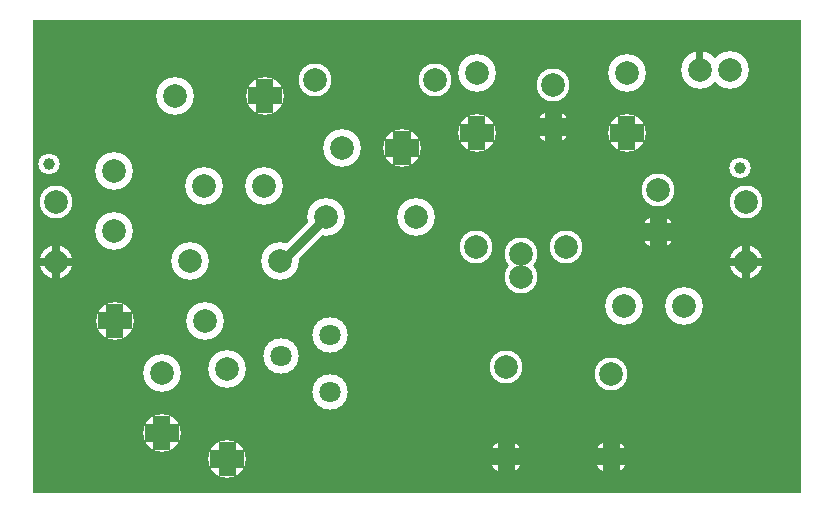
<source format=gbr>
%FSLAX34Y34*%
%MOMM*%
%LNCOPPER_TOP*%
G71*
G01*
%ADD10C,3.200*%
%ADD11C,3.000*%
%ADD12C,2.800*%
%ADD13C,2.800*%
%ADD14C,3.200*%
%ADD15C,1.800*%
%ADD16C,1.600*%
%ADD17C,0.667*%
%ADD18C,0.813*%
%ADD19C,1.453*%
%ADD20C,1.467*%
%ADD21C,2.230*%
%ADD22C,2.000*%
%ADD23C,1.800*%
%ADD24C,2.000*%
%ADD25C,3.000*%
%ADD26C,1.000*%
%ADD27C,0.800*%
%LPD*%
G36*
X-540360Y204700D02*
X109640Y204700D01*
X109640Y-195300D01*
X-540360Y-195300D01*
X-540360Y204700D01*
G37*
%LPC*%
X-344034Y140589D02*
G54D10*
D03*
X-420284Y140639D02*
G54D10*
D03*
X10596Y-37230D02*
G54D10*
D03*
X-40384Y-37343D02*
G54D10*
D03*
X23975Y162825D02*
G54D10*
D03*
X49475Y162825D02*
G54D10*
D03*
X-288900Y-62000D02*
G54D11*
D03*
X-330200Y-79575D02*
G54D11*
D03*
X-288865Y-109891D02*
G54D11*
D03*
X-345003Y64369D02*
G54D10*
D03*
X-395984Y64257D02*
G54D10*
D03*
X-331334Y889D02*
G54D10*
D03*
X-407584Y939D02*
G54D10*
D03*
X-394834Y-49911D02*
G54D10*
D03*
X-471084Y-49861D02*
G54D10*
D03*
X-431464Y-94025D02*
G54D10*
D03*
X-431352Y-145006D02*
G54D10*
D03*
X-375872Y-166826D02*
G54D10*
D03*
X-375821Y-90576D02*
G54D10*
D03*
X-37764Y159975D02*
G54D10*
D03*
X-37652Y108994D02*
G54D10*
D03*
X-164764Y159975D02*
G54D10*
D03*
X-164652Y108994D02*
G54D10*
D03*
X-165100Y12700D02*
G54D12*
D03*
X-88900Y12700D02*
G54D12*
D03*
X-127000Y-12700D02*
G54D12*
D03*
X-99944Y114206D02*
G54D12*
D03*
X-99944Y149306D02*
G54D12*
D03*
X-139700Y-88900D02*
G54D12*
D03*
X-50800Y-95250D02*
G54D12*
D03*
X-215850Y38050D02*
G54D10*
D03*
X-292100Y38100D02*
G54D10*
D03*
X-344034Y140589D02*
G54D13*
D03*
X-431352Y-145006D02*
G54D13*
D03*
X-375872Y-166826D02*
G54D13*
D03*
X-139700Y-165100D02*
G54D13*
D03*
X-50800Y-165100D02*
G54D13*
D03*
X-523850Y-176300D02*
G54D14*
D03*
X-520880Y184038D02*
G54D14*
D03*
X92100Y179300D02*
G54D14*
D03*
X92100Y-176300D02*
G54D14*
D03*
X-200000Y153900D02*
G54D12*
D03*
X-301600Y153900D02*
G54D12*
D03*
X-227946Y96423D02*
G54D10*
D03*
X-278927Y96311D02*
G54D10*
D03*
X-11044Y25306D02*
G54D12*
D03*
X-11044Y60406D02*
G54D12*
D03*
X-37652Y108994D02*
G54D13*
D03*
X-99944Y114206D02*
G54D13*
D03*
X-164652Y108994D02*
G54D13*
D03*
X-227946Y96423D02*
G54D13*
D03*
X-11044Y25306D02*
G54D13*
D03*
X-471084Y-49861D02*
G54D13*
D03*
X-127000Y6350D02*
G54D12*
D03*
X58540Y79600D02*
G54D15*
D03*
G54D16*
X-292100Y38100D02*
X-330200Y0D01*
X-331334Y889D01*
X63500Y50800D02*
G54D12*
D03*
X63500Y0D02*
G54D12*
D03*
X-472055Y25952D02*
G54D10*
D03*
X-472167Y76932D02*
G54D10*
D03*
X-527050Y82550D02*
G54D15*
D03*
X-520700Y50800D02*
G54D12*
D03*
X-520700Y0D02*
G54D12*
D03*
%LPD*%
G54D17*
G36*
X20642Y162825D02*
X20642Y179325D01*
X27308Y179325D01*
X27308Y162825D01*
X20642Y162825D01*
G37*
G54D18*
G54D19*
G36*
X-351301Y140589D02*
X-351301Y155089D01*
X-336767Y155089D01*
X-336767Y140589D01*
X-351301Y140589D01*
G37*
G36*
X-344034Y147856D02*
X-329534Y147856D01*
X-329534Y133322D01*
X-344034Y133322D01*
X-344034Y147856D01*
G37*
G36*
X-336767Y140589D02*
X-336767Y126089D01*
X-351301Y126089D01*
X-351301Y140589D01*
X-336767Y140589D01*
G37*
G36*
X-344034Y133322D02*
X-358534Y133322D01*
X-358534Y147856D01*
X-344034Y147856D01*
X-344034Y133322D01*
G37*
G54D20*
G36*
X-438685Y-145006D02*
X-438685Y-130506D01*
X-424019Y-130506D01*
X-424019Y-145006D01*
X-438685Y-145006D01*
G37*
G36*
X-431352Y-137673D02*
X-416852Y-137673D01*
X-416852Y-152339D01*
X-431352Y-152339D01*
X-431352Y-137673D01*
G37*
G36*
X-424019Y-145006D02*
X-424019Y-159506D01*
X-438685Y-159506D01*
X-438685Y-145006D01*
X-424019Y-145006D01*
G37*
G36*
X-431352Y-152339D02*
X-445852Y-152339D01*
X-445852Y-137673D01*
X-431352Y-137673D01*
X-431352Y-152339D01*
G37*
G54D20*
G36*
X-383205Y-166826D02*
X-383205Y-152326D01*
X-368538Y-152326D01*
X-368538Y-166826D01*
X-383205Y-166826D01*
G37*
G36*
X-375872Y-159493D02*
X-361372Y-159493D01*
X-361372Y-174159D01*
X-375872Y-174159D01*
X-375872Y-159493D01*
G37*
G36*
X-368538Y-166826D02*
X-368538Y-181326D01*
X-383205Y-181326D01*
X-383205Y-166826D01*
X-368538Y-166826D01*
G37*
G36*
X-375872Y-174159D02*
X-390372Y-174159D01*
X-390372Y-159493D01*
X-375872Y-159493D01*
X-375872Y-174159D01*
G37*
G54D20*
G36*
X-147033Y-165100D02*
X-147033Y-150600D01*
X-132367Y-150600D01*
X-132367Y-165100D01*
X-147033Y-165100D01*
G37*
G36*
X-139700Y-157767D02*
X-125200Y-157767D01*
X-125200Y-172433D01*
X-139700Y-172433D01*
X-139700Y-157767D01*
G37*
G36*
X-132367Y-165100D02*
X-132367Y-179600D01*
X-147033Y-179600D01*
X-147033Y-165100D01*
X-132367Y-165100D01*
G37*
G36*
X-139700Y-172433D02*
X-154200Y-172433D01*
X-154200Y-157767D01*
X-139700Y-157767D01*
X-139700Y-172433D01*
G37*
G54D20*
G36*
X-58133Y-165100D02*
X-58133Y-150600D01*
X-43467Y-150600D01*
X-43467Y-165100D01*
X-58133Y-165100D01*
G37*
G36*
X-50800Y-157767D02*
X-36300Y-157767D01*
X-36300Y-172433D01*
X-50800Y-172433D01*
X-50800Y-157767D01*
G37*
G36*
X-43467Y-165100D02*
X-43467Y-179600D01*
X-58133Y-179600D01*
X-58133Y-165100D01*
X-43467Y-165100D01*
G37*
G36*
X-50800Y-172433D02*
X-65300Y-172433D01*
X-65300Y-157767D01*
X-50800Y-157767D01*
X-50800Y-172433D01*
G37*
G54D21*
G36*
X-523850Y-165150D02*
X-507350Y-165150D01*
X-507350Y-187450D01*
X-523850Y-187450D01*
X-523850Y-165150D01*
G37*
G36*
X-512700Y-176300D02*
X-512700Y-192800D01*
X-535000Y-192800D01*
X-535000Y-176300D01*
X-512700Y-176300D01*
G37*
G36*
X-523850Y-187450D02*
X-540350Y-187450D01*
X-540350Y-165150D01*
X-523850Y-165150D01*
X-523850Y-187450D01*
G37*
G36*
X-535000Y-176300D02*
X-535000Y-159800D01*
X-512700Y-159800D01*
X-512700Y-176300D01*
X-535000Y-176300D01*
G37*
G54D21*
G36*
X-520880Y195188D02*
X-504380Y195188D01*
X-504380Y172888D01*
X-520880Y172888D01*
X-520880Y195188D01*
G37*
G36*
X-509730Y184038D02*
X-509730Y167538D01*
X-532030Y167538D01*
X-532030Y184038D01*
X-509730Y184038D01*
G37*
G36*
X-520880Y172888D02*
X-537380Y172888D01*
X-537380Y195188D01*
X-520880Y195188D01*
X-520880Y172888D01*
G37*
G36*
X-532030Y184038D02*
X-532030Y200538D01*
X-509730Y200538D01*
X-509730Y184038D01*
X-532030Y184038D01*
G37*
G54D21*
G36*
X92100Y190450D02*
X108600Y190450D01*
X108600Y168150D01*
X92100Y168150D01*
X92100Y190450D01*
G37*
G36*
X103250Y179300D02*
X103250Y162800D01*
X80950Y162800D01*
X80950Y179300D01*
X103250Y179300D01*
G37*
G36*
X92100Y168150D02*
X75600Y168150D01*
X75600Y190450D01*
X92100Y190450D01*
X92100Y168150D01*
G37*
G36*
X80950Y179300D02*
X80950Y195800D01*
X103250Y195800D01*
X103250Y179300D01*
X80950Y179300D01*
G37*
G54D21*
G36*
X92100Y-165150D02*
X108600Y-165150D01*
X108600Y-187450D01*
X92100Y-187450D01*
X92100Y-165150D01*
G37*
G36*
X103250Y-176300D02*
X103250Y-192800D01*
X80950Y-192800D01*
X80950Y-176300D01*
X103250Y-176300D01*
G37*
G36*
X92100Y-187450D02*
X75600Y-187450D01*
X75600Y-165150D01*
X92100Y-165150D01*
X92100Y-187450D01*
G37*
G36*
X80950Y-176300D02*
X80950Y-159800D01*
X103250Y-159800D01*
X103250Y-176300D01*
X80950Y-176300D01*
G37*
G54D20*
G36*
X-44985Y108994D02*
X-44985Y123494D01*
X-30319Y123494D01*
X-30319Y108994D01*
X-44985Y108994D01*
G37*
G36*
X-37652Y116327D02*
X-23152Y116327D01*
X-23152Y101661D01*
X-37652Y101661D01*
X-37652Y116327D01*
G37*
G36*
X-30319Y108994D02*
X-30319Y94494D01*
X-44985Y94494D01*
X-44985Y108994D01*
X-30319Y108994D01*
G37*
G36*
X-37652Y101661D02*
X-52152Y101661D01*
X-52152Y116327D01*
X-37652Y116327D01*
X-37652Y101661D01*
G37*
G54D20*
G36*
X-107277Y114206D02*
X-107277Y128706D01*
X-92611Y128706D01*
X-92611Y114206D01*
X-107277Y114206D01*
G37*
G36*
X-99944Y121539D02*
X-85444Y121539D01*
X-85444Y106873D01*
X-99944Y106873D01*
X-99944Y121539D01*
G37*
G36*
X-92611Y114206D02*
X-92611Y99706D01*
X-107277Y99706D01*
X-107277Y114206D01*
X-92611Y114206D01*
G37*
G36*
X-99944Y106873D02*
X-114444Y106873D01*
X-114444Y121539D01*
X-99944Y121539D01*
X-99944Y106873D01*
G37*
G54D20*
G36*
X-171985Y108994D02*
X-171985Y123494D01*
X-157319Y123494D01*
X-157319Y108994D01*
X-171985Y108994D01*
G37*
G36*
X-164652Y116327D02*
X-150152Y116327D01*
X-150152Y101661D01*
X-164652Y101661D01*
X-164652Y116327D01*
G37*
G36*
X-157319Y108994D02*
X-157319Y94494D01*
X-171985Y94494D01*
X-171985Y108994D01*
X-157319Y108994D01*
G37*
G36*
X-164652Y101661D02*
X-179152Y101661D01*
X-179152Y116327D01*
X-164652Y116327D01*
X-164652Y101661D01*
G37*
G54D20*
G36*
X-235280Y96423D02*
X-235280Y110923D01*
X-220613Y110923D01*
X-220613Y96423D01*
X-235280Y96423D01*
G37*
G36*
X-227946Y103756D02*
X-213446Y103756D01*
X-213446Y89090D01*
X-227946Y89090D01*
X-227946Y103756D01*
G37*
G36*
X-220613Y96423D02*
X-220613Y81923D01*
X-235280Y81923D01*
X-235280Y96423D01*
X-220613Y96423D01*
G37*
G36*
X-227946Y89090D02*
X-242446Y89090D01*
X-242446Y103756D01*
X-227946Y103756D01*
X-227946Y89090D01*
G37*
G54D20*
G36*
X-18377Y25306D02*
X-18377Y39806D01*
X-3711Y39806D01*
X-3711Y25306D01*
X-18377Y25306D01*
G37*
G36*
X-11044Y32639D02*
X3456Y32639D01*
X3456Y17973D01*
X-11044Y17973D01*
X-11044Y32639D01*
G37*
G36*
X-3711Y25306D02*
X-3711Y10806D01*
X-18377Y10806D01*
X-18377Y25306D01*
X-3711Y25306D01*
G37*
G36*
X-11044Y17973D02*
X-25544Y17973D01*
X-25544Y32639D01*
X-11044Y32639D01*
X-11044Y17973D01*
G37*
G54D20*
G36*
X-478417Y-49861D02*
X-478417Y-35361D01*
X-463750Y-35361D01*
X-463750Y-49861D01*
X-478417Y-49861D01*
G37*
G36*
X-471084Y-42528D02*
X-456584Y-42528D01*
X-456584Y-57194D01*
X-471084Y-57194D01*
X-471084Y-42528D01*
G37*
G36*
X-463750Y-49861D02*
X-463750Y-64361D01*
X-478417Y-64361D01*
X-478417Y-49861D01*
X-463750Y-49861D01*
G37*
G36*
X-471084Y-57194D02*
X-485584Y-57194D01*
X-485584Y-42528D01*
X-471084Y-42528D01*
X-471084Y-57194D01*
G37*
G54D17*
G36*
X60167Y0D02*
X60167Y14500D01*
X66833Y14500D01*
X66833Y0D01*
X60167Y0D01*
G37*
G36*
X63500Y3333D02*
X78000Y3333D01*
X78000Y-3333D01*
X63500Y-3333D01*
X63500Y3333D01*
G37*
G36*
X66833Y0D02*
X66833Y-14500D01*
X60167Y-14500D01*
X60167Y0D01*
X66833Y0D01*
G37*
G36*
X63500Y-3333D02*
X49000Y-3333D01*
X49000Y3333D01*
X63500Y3333D01*
X63500Y-3333D01*
G37*
G54D17*
G36*
X-524033Y0D02*
X-524033Y14500D01*
X-517367Y14500D01*
X-517367Y0D01*
X-524033Y0D01*
G37*
G36*
X-520700Y3333D02*
X-506200Y3333D01*
X-506200Y-3333D01*
X-520700Y-3333D01*
X-520700Y3333D01*
G37*
G36*
X-517367Y0D02*
X-517367Y-14500D01*
X-524033Y-14500D01*
X-524033Y0D01*
X-517367Y0D01*
G37*
G36*
X-520700Y-3333D02*
X-535200Y-3333D01*
X-535200Y3333D01*
X-520700Y3333D01*
X-520700Y-3333D01*
G37*
X-344034Y140589D02*
G54D22*
D03*
X-420284Y140639D02*
G54D22*
D03*
X10596Y-37230D02*
G54D22*
D03*
X-40384Y-37343D02*
G54D22*
D03*
X23975Y162825D02*
G54D22*
D03*
X49475Y162825D02*
G54D22*
D03*
X-288900Y-62000D02*
G54D23*
D03*
X-330200Y-79575D02*
G54D23*
D03*
X-288865Y-109891D02*
G54D23*
D03*
X-345003Y64369D02*
G54D22*
D03*
X-395984Y64257D02*
G54D22*
D03*
X-331334Y889D02*
G54D22*
D03*
X-407584Y939D02*
G54D22*
D03*
X-394834Y-49911D02*
G54D22*
D03*
X-471084Y-49861D02*
G54D22*
D03*
X-431464Y-94025D02*
G54D22*
D03*
X-431352Y-145006D02*
G54D22*
D03*
X-375872Y-166826D02*
G54D22*
D03*
X-375821Y-90576D02*
G54D22*
D03*
X-37764Y159975D02*
G54D22*
D03*
X-37652Y108994D02*
G54D22*
D03*
X-164764Y159975D02*
G54D22*
D03*
X-164652Y108994D02*
G54D22*
D03*
X-165100Y12700D02*
G54D22*
D03*
X-88900Y12700D02*
G54D22*
D03*
X-127000Y-12700D02*
G54D22*
D03*
X-99944Y114206D02*
G54D22*
D03*
X-99944Y149306D02*
G54D22*
D03*
X-139700Y-88900D02*
G54D22*
D03*
X-50800Y-95250D02*
G54D22*
D03*
X-215850Y38050D02*
G54D22*
D03*
X-292100Y38100D02*
G54D22*
D03*
X-344034Y140589D02*
G54D24*
D03*
X-431352Y-145006D02*
G54D24*
D03*
X-375872Y-166826D02*
G54D24*
D03*
X-139700Y-165100D02*
G54D24*
D03*
X-50800Y-165100D02*
G54D24*
D03*
X-523850Y-176300D02*
G54D25*
D03*
X-520880Y184038D02*
G54D25*
D03*
X92100Y179300D02*
G54D25*
D03*
X92100Y-176300D02*
G54D25*
D03*
X-200000Y153900D02*
G54D22*
D03*
X-301600Y153900D02*
G54D22*
D03*
X-227946Y96423D02*
G54D22*
D03*
X-278927Y96311D02*
G54D22*
D03*
X-11044Y25306D02*
G54D22*
D03*
X-11044Y60406D02*
G54D22*
D03*
X-37652Y108994D02*
G54D24*
D03*
X-99944Y114206D02*
G54D24*
D03*
X-164652Y108994D02*
G54D24*
D03*
X-227946Y96423D02*
G54D24*
D03*
X-11044Y25306D02*
G54D24*
D03*
X-471084Y-49861D02*
G54D24*
D03*
X-127000Y6350D02*
G54D22*
D03*
X58540Y79600D02*
G54D26*
D03*
G54D27*
X-292100Y38100D02*
X-330200Y0D01*
X-331334Y889D01*
X63500Y50800D02*
G54D22*
D03*
X63500Y0D02*
G54D22*
D03*
X-472055Y25952D02*
G54D22*
D03*
X-472167Y76932D02*
G54D22*
D03*
X-527050Y82550D02*
G54D26*
D03*
X-520700Y50800D02*
G54D22*
D03*
X-520700Y0D02*
G54D22*
D03*
M02*

</source>
